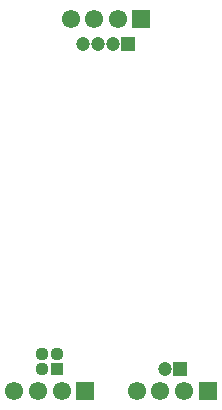
<source format=gbs>
G04*
G04 #@! TF.GenerationSoftware,Altium Limited,Altium Designer,21.7.2 (23)*
G04*
G04 Layer_Color=16711935*
%FSAX25Y25*%
%MOIN*%
G70*
G04*
G04 #@! TF.SameCoordinates,C6185680-9DF1-42B3-8AB4-FD9FEACD6233*
G04*
G04*
G04 #@! TF.FilePolarity,Negative*
G04*
G01*
G75*
%ADD12C,0.06115*%
%ADD13R,0.06115X0.06115*%
%ADD14C,0.04409*%
%ADD15R,0.04409X0.04409*%
%ADD16R,0.04737X0.04737*%
%ADD17C,0.04737*%
D12*
X0132087Y0105413D02*
D03*
X0139961D02*
D03*
X0147835D02*
D03*
X0172835D02*
D03*
X0180709D02*
D03*
X0188583D02*
D03*
X0166535Y0229528D02*
D03*
X0158661D02*
D03*
X0150787D02*
D03*
D13*
X0155709Y0105413D02*
D03*
X0196457D02*
D03*
X0174409Y0229528D02*
D03*
D14*
X0146102Y0117854D02*
D03*
X0141102D02*
D03*
Y0112854D02*
D03*
D15*
X0146102D02*
D03*
D16*
X0187284Y0112894D02*
D03*
X0170039Y0221260D02*
D03*
D17*
X0182283Y0112894D02*
D03*
X0165039Y0221260D02*
D03*
X0160039D02*
D03*
X0155039D02*
D03*
M02*

</source>
